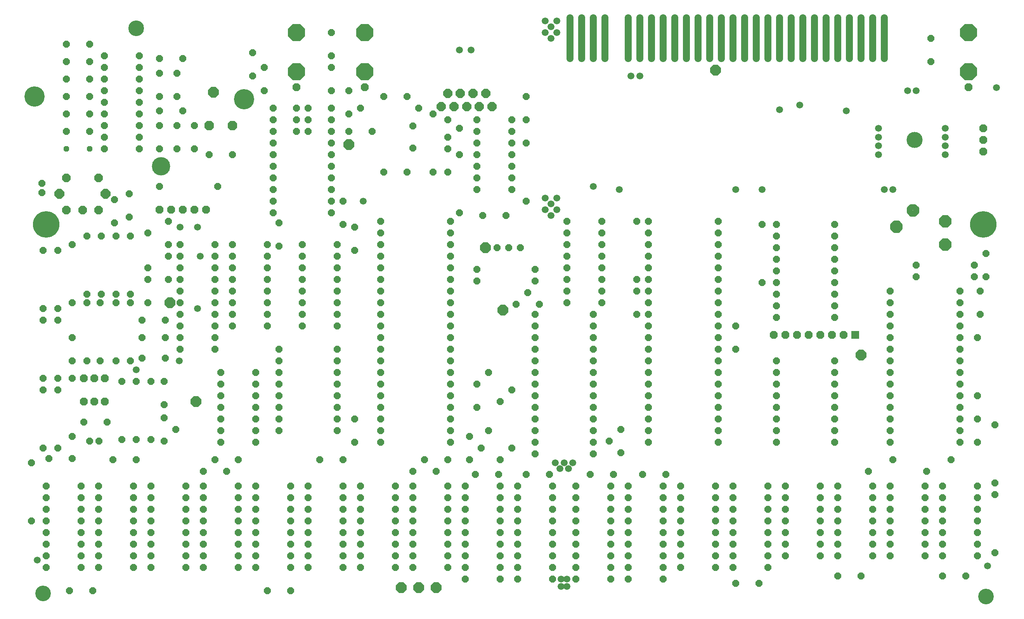
<source format=gts>
G75*
%MOIN*%
%OFA0B0*%
%FSLAX25Y25*%
%IPPOS*%
%LPD*%
%AMOC8*
5,1,8,0,0,1.08239X$1,22.5*
%
%ADD10C,0.13398*%
%ADD11C,0.22800*%
%ADD12C,0.05918*%
%ADD13OC8,0.10800*%
%ADD14OC8,0.06000*%
%ADD15C,0.02160*%
%ADD16OC8,0.08300*%
%ADD17OC8,0.04769*%
%ADD18OC8,0.06800*%
%ADD19C,0.13800*%
%ADD20OC8,0.07296*%
%ADD21OC8,0.08477*%
%ADD22OC8,0.07850*%
%ADD23OC8,0.06737*%
%ADD24R,0.06737X0.06737*%
%ADD25OC8,0.09300*%
%ADD26C,0.05220*%
%ADD27OC8,0.14643*%
%ADD28C,0.05950*%
%ADD29C,0.17398*%
%ADD30C,0.13461*%
%ADD31C,0.15824*%
D10*
X0032600Y0027600D03*
X0842600Y0025100D03*
D11*
X0840100Y0345100D03*
X0035100Y0345100D03*
D12*
X0027600Y0056350D03*
X0851350Y0462600D03*
D13*
X0807600Y0347600D03*
X0807600Y0327600D03*
D14*
X0782600Y0310100D03*
X0782600Y0300100D03*
X0760100Y0287600D03*
X0760100Y0277600D03*
X0760100Y0267600D03*
X0760100Y0257600D03*
X0760100Y0247600D03*
X0760100Y0237600D03*
X0760100Y0227600D03*
X0760100Y0217600D03*
X0760100Y0207600D03*
X0760100Y0197600D03*
X0760100Y0187600D03*
X0760100Y0177600D03*
X0760100Y0167600D03*
X0760100Y0157600D03*
X0762600Y0142600D03*
X0741350Y0132600D03*
X0745100Y0120100D03*
X0745100Y0110100D03*
X0745100Y0100100D03*
X0745100Y0090100D03*
X0745100Y0080100D03*
X0745100Y0070100D03*
X0745100Y0060100D03*
X0760100Y0060100D03*
X0760100Y0070100D03*
X0760100Y0080100D03*
X0760100Y0090100D03*
X0760100Y0100100D03*
X0760100Y0110100D03*
X0760100Y0120100D03*
X0790100Y0120100D03*
X0790100Y0110100D03*
X0790100Y0100100D03*
X0790100Y0090100D03*
X0790100Y0080100D03*
X0790100Y0070100D03*
X0790100Y0060100D03*
X0805100Y0060100D03*
X0805100Y0070100D03*
X0805100Y0080100D03*
X0805100Y0090100D03*
X0805100Y0100100D03*
X0805100Y0110100D03*
X0805100Y0120100D03*
X0791350Y0132600D03*
X0812600Y0142600D03*
X0820100Y0157600D03*
X0820100Y0167600D03*
X0820100Y0177600D03*
X0820100Y0187600D03*
X0820100Y0197600D03*
X0820100Y0207600D03*
X0820100Y0217600D03*
X0820100Y0227600D03*
X0820100Y0237600D03*
X0820100Y0247600D03*
X0820100Y0257600D03*
X0820100Y0267600D03*
X0820100Y0277600D03*
X0820100Y0287600D03*
X0837600Y0287600D03*
X0832600Y0300100D03*
X0842600Y0300100D03*
X0832600Y0310100D03*
X0842600Y0320100D03*
X0837600Y0267600D03*
X0835100Y0247600D03*
X0835100Y0197600D03*
X0835100Y0177600D03*
X0850100Y0172600D03*
X0835100Y0157600D03*
X0835100Y0120100D03*
X0835100Y0110100D03*
X0835100Y0100100D03*
X0835100Y0090100D03*
X0835100Y0080100D03*
X0835100Y0070100D03*
X0835100Y0060100D03*
X0850100Y0062600D03*
X0825100Y0042600D03*
X0805100Y0042600D03*
X0735100Y0042600D03*
X0715100Y0042600D03*
X0715100Y0060100D03*
X0715100Y0070100D03*
X0700100Y0070100D03*
X0700100Y0060100D03*
X0700100Y0080100D03*
X0715100Y0080100D03*
X0715100Y0090100D03*
X0700100Y0090100D03*
X0700100Y0100100D03*
X0715100Y0100100D03*
X0715100Y0110100D03*
X0700100Y0110100D03*
X0700100Y0120100D03*
X0715100Y0120100D03*
X0670100Y0120100D03*
X0655100Y0120100D03*
X0655100Y0110100D03*
X0670100Y0110100D03*
X0670100Y0100100D03*
X0655100Y0100100D03*
X0655100Y0090100D03*
X0670100Y0090100D03*
X0670100Y0080100D03*
X0655100Y0080100D03*
X0655100Y0070100D03*
X0655100Y0060100D03*
X0670100Y0060100D03*
X0670100Y0070100D03*
X0655100Y0050100D03*
X0647600Y0036350D03*
X0627600Y0036350D03*
X0625100Y0050100D03*
X0625100Y0060100D03*
X0625100Y0070100D03*
X0625100Y0080100D03*
X0625100Y0090100D03*
X0625100Y0100100D03*
X0625100Y0110100D03*
X0625100Y0120100D03*
X0610100Y0120100D03*
X0610100Y0110100D03*
X0610100Y0100100D03*
X0610100Y0090100D03*
X0610100Y0080100D03*
X0610100Y0070100D03*
X0610100Y0060100D03*
X0610100Y0050100D03*
X0580100Y0050100D03*
X0580100Y0060100D03*
X0580100Y0070100D03*
X0580100Y0080100D03*
X0580100Y0090100D03*
X0580100Y0100100D03*
X0580100Y0110100D03*
X0580100Y0120100D03*
X0565100Y0120100D03*
X0565100Y0110100D03*
X0565100Y0100100D03*
X0565100Y0090100D03*
X0565100Y0080100D03*
X0565100Y0070100D03*
X0565100Y0060100D03*
X0565100Y0050100D03*
X0565100Y0040100D03*
X0535100Y0040100D03*
X0535100Y0050100D03*
X0535100Y0060100D03*
X0535100Y0070100D03*
X0535100Y0080100D03*
X0535100Y0090100D03*
X0535100Y0100100D03*
X0535100Y0110100D03*
X0535100Y0120100D03*
X0520100Y0120100D03*
X0520100Y0110100D03*
X0520100Y0100100D03*
X0520100Y0090100D03*
X0520100Y0080100D03*
X0520100Y0070100D03*
X0520100Y0060100D03*
X0520100Y0050100D03*
X0520100Y0040100D03*
X0490100Y0040100D03*
X0490100Y0050100D03*
X0490100Y0060100D03*
X0490100Y0070100D03*
X0490100Y0080100D03*
X0490100Y0090100D03*
X0490100Y0100100D03*
X0490100Y0110100D03*
X0490100Y0120100D03*
X0502600Y0130100D03*
X0522600Y0130100D03*
X0528850Y0148850D03*
X0518850Y0158850D03*
X0505100Y0157600D03*
X0505100Y0147600D03*
X0505100Y0167600D03*
X0505100Y0177600D03*
X0505100Y0187600D03*
X0505100Y0197600D03*
X0505100Y0207600D03*
X0505100Y0217600D03*
X0505100Y0227600D03*
X0505100Y0237600D03*
X0505100Y0247600D03*
X0505100Y0257600D03*
X0505100Y0267600D03*
X0512600Y0277600D03*
X0512600Y0287600D03*
X0512600Y0297600D03*
X0512600Y0307600D03*
X0512600Y0317600D03*
X0512600Y0327600D03*
X0512600Y0337600D03*
X0512600Y0347600D03*
X0482600Y0347600D03*
X0482600Y0337600D03*
X0482600Y0327600D03*
X0482600Y0317600D03*
X0482600Y0307600D03*
X0482600Y0297600D03*
X0482600Y0287600D03*
X0482600Y0277600D03*
X0458850Y0276350D03*
X0448850Y0286350D03*
X0438850Y0276350D03*
X0455100Y0267600D03*
X0455100Y0257600D03*
X0455100Y0247600D03*
X0455100Y0237600D03*
X0455100Y0227600D03*
X0455100Y0217600D03*
X0455100Y0207600D03*
X0455100Y0197600D03*
X0455100Y0187600D03*
X0455100Y0177600D03*
X0455100Y0167600D03*
X0455100Y0157600D03*
X0455100Y0147600D03*
X0447600Y0130100D03*
X0440100Y0120100D03*
X0440100Y0110100D03*
X0440100Y0100100D03*
X0440100Y0090100D03*
X0440100Y0080100D03*
X0440100Y0070100D03*
X0440100Y0060100D03*
X0440100Y0050100D03*
X0440100Y0040100D03*
X0425100Y0040100D03*
X0425100Y0050100D03*
X0425100Y0060100D03*
X0425100Y0070100D03*
X0425100Y0080100D03*
X0425100Y0090100D03*
X0425100Y0100100D03*
X0425100Y0110100D03*
X0425100Y0120100D03*
X0423850Y0130100D03*
X0425100Y0142600D03*
X0435100Y0152600D03*
X0415100Y0167600D03*
X0398850Y0162600D03*
X0408850Y0152600D03*
X0398850Y0142600D03*
X0403850Y0130100D03*
X0395100Y0120100D03*
X0395100Y0110100D03*
X0395100Y0100100D03*
X0395100Y0090100D03*
X0395100Y0080100D03*
X0395100Y0070100D03*
X0395100Y0060100D03*
X0395100Y0050100D03*
X0395100Y0040100D03*
X0380100Y0050100D03*
X0380100Y0060100D03*
X0380100Y0070100D03*
X0380100Y0080100D03*
X0380100Y0090100D03*
X0380100Y0100100D03*
X0380100Y0110100D03*
X0380100Y0120100D03*
X0370100Y0132600D03*
X0360100Y0142600D03*
X0350100Y0132600D03*
X0350100Y0120100D03*
X0350100Y0110100D03*
X0350100Y0100100D03*
X0350100Y0090100D03*
X0350100Y0080100D03*
X0350100Y0070100D03*
X0350100Y0060100D03*
X0350100Y0050100D03*
X0335100Y0050100D03*
X0335100Y0060100D03*
X0335100Y0070100D03*
X0335100Y0080100D03*
X0335100Y0090100D03*
X0335100Y0100100D03*
X0335100Y0110100D03*
X0335100Y0120100D03*
X0305100Y0120100D03*
X0290100Y0120100D03*
X0290100Y0110100D03*
X0305100Y0110100D03*
X0305100Y0100100D03*
X0290100Y0100100D03*
X0290100Y0090100D03*
X0305100Y0090100D03*
X0305100Y0080100D03*
X0290100Y0080100D03*
X0290100Y0070100D03*
X0290100Y0060100D03*
X0305100Y0060100D03*
X0305100Y0070100D03*
X0305100Y0050100D03*
X0290100Y0050100D03*
X0260100Y0050100D03*
X0245100Y0050100D03*
X0245100Y0060100D03*
X0245100Y0070100D03*
X0260100Y0070100D03*
X0260100Y0060100D03*
X0260100Y0080100D03*
X0245100Y0080100D03*
X0245100Y0090100D03*
X0260100Y0090100D03*
X0260100Y0100100D03*
X0245100Y0100100D03*
X0245100Y0110100D03*
X0260100Y0110100D03*
X0260100Y0120100D03*
X0245100Y0120100D03*
X0215100Y0120100D03*
X0215100Y0110100D03*
X0215100Y0100100D03*
X0215100Y0090100D03*
X0215100Y0080100D03*
X0215100Y0070100D03*
X0215100Y0060100D03*
X0215100Y0050100D03*
X0200100Y0050100D03*
X0200100Y0060100D03*
X0200100Y0070100D03*
X0200100Y0080100D03*
X0200100Y0090100D03*
X0200100Y0100100D03*
X0200100Y0110100D03*
X0200100Y0120100D03*
X0190100Y0132600D03*
X0180100Y0142600D03*
X0170100Y0132600D03*
X0170100Y0120100D03*
X0170100Y0110100D03*
X0170100Y0100100D03*
X0170100Y0090100D03*
X0170100Y0080100D03*
X0170100Y0070100D03*
X0170100Y0060100D03*
X0170100Y0050100D03*
X0155100Y0050100D03*
X0155100Y0060100D03*
X0155100Y0070100D03*
X0155100Y0080100D03*
X0155100Y0090100D03*
X0155100Y0100100D03*
X0155100Y0110100D03*
X0155100Y0120100D03*
X0125100Y0120100D03*
X0125100Y0110100D03*
X0125100Y0100100D03*
X0125100Y0090100D03*
X0125100Y0080100D03*
X0125100Y0070100D03*
X0125100Y0060100D03*
X0125100Y0050100D03*
X0110100Y0050100D03*
X0110100Y0060100D03*
X0110100Y0070100D03*
X0110100Y0080100D03*
X0110100Y0090100D03*
X0110100Y0100100D03*
X0110100Y0110100D03*
X0110100Y0120100D03*
X0080100Y0120100D03*
X0080100Y0110100D03*
X0080100Y0100100D03*
X0080100Y0090100D03*
X0080100Y0080100D03*
X0080100Y0070100D03*
X0080100Y0060100D03*
X0080100Y0050100D03*
X0065100Y0050100D03*
X0065100Y0060100D03*
X0065100Y0070100D03*
X0065100Y0080100D03*
X0065100Y0090100D03*
X0065100Y0100100D03*
X0065100Y0110100D03*
X0065100Y0120100D03*
X0035100Y0120100D03*
X0035100Y0110100D03*
X0035100Y0100100D03*
X0035100Y0090100D03*
X0035100Y0080100D03*
X0035100Y0070100D03*
X0035100Y0060100D03*
X0035100Y0050100D03*
X0055100Y0030100D03*
X0075100Y0030100D03*
X0022600Y0090100D03*
X0022600Y0140100D03*
X0037600Y0143850D03*
X0032600Y0152600D03*
X0045100Y0152600D03*
X0057600Y0143850D03*
X0072350Y0158850D03*
X0080350Y0158850D03*
X0100100Y0160100D03*
X0112600Y0160100D03*
X0125100Y0160100D03*
X0136350Y0158850D03*
X0146350Y0168850D03*
X0136350Y0178850D03*
X0136350Y0190100D03*
X0136350Y0210100D03*
X0125100Y0210100D03*
X0112600Y0210100D03*
X0100100Y0210100D03*
X0095100Y0227600D03*
X0081350Y0227600D03*
X0070100Y0227600D03*
X0057600Y0227600D03*
X0057600Y0212600D03*
X0045100Y0212600D03*
X0045100Y0202600D03*
X0032600Y0202600D03*
X0032600Y0212600D03*
X0057600Y0247600D03*
X0045100Y0262600D03*
X0045100Y0272600D03*
X0057600Y0277600D03*
X0070100Y0277600D03*
X0070100Y0285100D03*
X0082600Y0285100D03*
X0081350Y0277600D03*
X0095100Y0277600D03*
X0095100Y0285100D03*
X0107600Y0285100D03*
X0107600Y0277600D03*
X0122600Y0277600D03*
X0117600Y0262600D03*
X0137600Y0262600D03*
X0150100Y0257600D03*
X0150100Y0247600D03*
X0150100Y0237600D03*
X0137600Y0230100D03*
X0117600Y0230100D03*
X0107600Y0227600D03*
X0117600Y0247600D03*
X0137600Y0247600D03*
X0150100Y0267600D03*
X0150100Y0277600D03*
X0150100Y0287600D03*
X0150100Y0297600D03*
X0150100Y0307600D03*
X0140100Y0297600D03*
X0122600Y0297600D03*
X0122600Y0307600D03*
X0140100Y0317600D03*
X0150100Y0317600D03*
X0150100Y0327600D03*
X0140100Y0327600D03*
X0122600Y0337600D03*
X0107600Y0335100D03*
X0095100Y0335100D03*
X0082600Y0335100D03*
X0070100Y0335100D03*
X0057600Y0327600D03*
X0045100Y0322600D03*
X0032600Y0322600D03*
X0093850Y0346350D03*
X0106350Y0351350D03*
X0093850Y0366350D03*
X0106350Y0371350D03*
X0132600Y0377600D03*
X0140100Y0347600D03*
X0180100Y0327600D03*
X0180100Y0317600D03*
X0180100Y0307600D03*
X0180100Y0297600D03*
X0180100Y0287600D03*
X0180100Y0277600D03*
X0180100Y0267600D03*
X0180100Y0257600D03*
X0180100Y0247600D03*
X0180100Y0237600D03*
X0185100Y0217600D03*
X0185100Y0207600D03*
X0185100Y0197600D03*
X0185100Y0187600D03*
X0185100Y0177600D03*
X0185100Y0167600D03*
X0185100Y0157600D03*
X0200100Y0142600D03*
X0215100Y0157600D03*
X0215100Y0167600D03*
X0215100Y0177600D03*
X0215100Y0187600D03*
X0215100Y0197600D03*
X0215100Y0207600D03*
X0215100Y0217600D03*
X0235100Y0217600D03*
X0235100Y0207600D03*
X0235100Y0197600D03*
X0235100Y0187600D03*
X0235100Y0177600D03*
X0235100Y0167600D03*
X0270100Y0142600D03*
X0290100Y0142600D03*
X0300100Y0157600D03*
X0285100Y0167600D03*
X0285100Y0177600D03*
X0285100Y0187600D03*
X0285100Y0197600D03*
X0285100Y0207600D03*
X0285100Y0217600D03*
X0285100Y0227600D03*
X0285100Y0237600D03*
X0285100Y0257600D03*
X0285100Y0267600D03*
X0285100Y0277600D03*
X0285100Y0287600D03*
X0285100Y0297600D03*
X0285100Y0307600D03*
X0285100Y0317600D03*
X0285100Y0327600D03*
X0300100Y0322600D03*
X0322600Y0317600D03*
X0322600Y0307600D03*
X0322600Y0297600D03*
X0322600Y0287600D03*
X0322600Y0277600D03*
X0322600Y0267600D03*
X0322600Y0257600D03*
X0322600Y0247600D03*
X0322600Y0237600D03*
X0322600Y0227600D03*
X0322600Y0217600D03*
X0322600Y0207600D03*
X0322600Y0197600D03*
X0322600Y0187600D03*
X0322600Y0177600D03*
X0322600Y0167600D03*
X0322600Y0157600D03*
X0300100Y0177600D03*
X0382600Y0177600D03*
X0382600Y0167600D03*
X0382600Y0157600D03*
X0380100Y0142600D03*
X0382600Y0187600D03*
X0382600Y0197600D03*
X0382600Y0207600D03*
X0382600Y0217600D03*
X0382600Y0227600D03*
X0382600Y0237600D03*
X0382600Y0247600D03*
X0382600Y0257600D03*
X0382600Y0267600D03*
X0382600Y0277600D03*
X0382600Y0287600D03*
X0382600Y0297600D03*
X0382600Y0307600D03*
X0382600Y0317600D03*
X0382600Y0327600D03*
X0382600Y0337600D03*
X0382600Y0347600D03*
X0390100Y0355100D03*
X0410100Y0352600D03*
X0430100Y0352600D03*
X0447600Y0365100D03*
X0435100Y0375100D03*
X0435100Y0385100D03*
X0435100Y0395100D03*
X0435100Y0405100D03*
X0435100Y0415100D03*
X0435100Y0425100D03*
X0435100Y0435100D03*
X0447600Y0435100D03*
X0447600Y0415100D03*
X0405100Y0415100D03*
X0405100Y0405100D03*
X0405100Y0395100D03*
X0405100Y0385100D03*
X0405100Y0375100D03*
X0380100Y0390100D03*
X0367600Y0390100D03*
X0390100Y0405100D03*
X0380100Y0410100D03*
X0380100Y0420100D03*
X0390100Y0427600D03*
X0380100Y0435100D03*
X0367600Y0440100D03*
X0355100Y0445100D03*
X0345100Y0455100D03*
X0325100Y0455100D03*
X0305100Y0445100D03*
X0295100Y0440100D03*
X0280100Y0435100D03*
X0280100Y0425100D03*
X0295100Y0425100D03*
X0280100Y0415100D03*
X0280100Y0405100D03*
X0280100Y0395100D03*
X0280100Y0385100D03*
X0280100Y0375100D03*
X0280100Y0365100D03*
X0290100Y0365100D03*
X0280100Y0355100D03*
X0290100Y0345100D03*
X0300100Y0342600D03*
X0322600Y0337600D03*
X0322600Y0327600D03*
X0322600Y0347600D03*
X0255100Y0327600D03*
X0255100Y0317600D03*
X0255100Y0307600D03*
X0255100Y0297600D03*
X0255100Y0287600D03*
X0255100Y0277600D03*
X0255100Y0267600D03*
X0255100Y0257600D03*
X0235100Y0237600D03*
X0235100Y0227600D03*
X0225100Y0257600D03*
X0225100Y0267600D03*
X0225100Y0277600D03*
X0225100Y0287600D03*
X0225100Y0297600D03*
X0225100Y0307600D03*
X0225100Y0317600D03*
X0225100Y0327600D03*
X0235100Y0326350D03*
X0235100Y0346350D03*
X0230100Y0355100D03*
X0230100Y0365100D03*
X0230100Y0375100D03*
X0230100Y0385100D03*
X0230100Y0395100D03*
X0230100Y0405100D03*
X0230100Y0415100D03*
X0230100Y0425100D03*
X0230100Y0435100D03*
X0230100Y0445100D03*
X0250100Y0445100D03*
X0260100Y0445100D03*
X0260100Y0435100D03*
X0250100Y0435100D03*
X0250100Y0425100D03*
X0260100Y0425100D03*
X0280100Y0445100D03*
X0280100Y0460100D03*
X0295100Y0460100D03*
X0280100Y0480100D03*
X0280100Y0490100D03*
X0280100Y0510100D03*
X0222600Y0480100D03*
X0212600Y0472600D03*
X0222600Y0460100D03*
X0212600Y0492600D03*
X0152600Y0487600D03*
X0132600Y0487600D03*
X0115100Y0490100D03*
X0115100Y0480100D03*
X0115100Y0470100D03*
X0115100Y0460100D03*
X0115100Y0450100D03*
X0115100Y0440100D03*
X0115100Y0430100D03*
X0115100Y0420100D03*
X0115100Y0410100D03*
X0132600Y0410100D03*
X0147600Y0410100D03*
X0162600Y0410100D03*
X0175100Y0405100D03*
X0195100Y0405100D03*
X0182600Y0377600D03*
X0195100Y0327600D03*
X0195100Y0317600D03*
X0195100Y0307600D03*
X0195100Y0297600D03*
X0195100Y0287600D03*
X0195100Y0277600D03*
X0195100Y0267600D03*
X0195100Y0257600D03*
X0087600Y0175100D03*
X0067600Y0175100D03*
X0057600Y0162600D03*
X0092600Y0142600D03*
X0112600Y0142600D03*
X0225100Y0030100D03*
X0245100Y0030100D03*
X0470100Y0040100D03*
X0470100Y0050100D03*
X0470100Y0060100D03*
X0470100Y0070100D03*
X0470100Y0080100D03*
X0470100Y0090100D03*
X0470100Y0100100D03*
X0470100Y0110100D03*
X0470100Y0120100D03*
X0467600Y0130100D03*
X0528850Y0168850D03*
X0552600Y0167600D03*
X0552600Y0177600D03*
X0552600Y0187600D03*
X0552600Y0197600D03*
X0552600Y0207600D03*
X0552600Y0217600D03*
X0552600Y0227600D03*
X0552600Y0237600D03*
X0552600Y0247600D03*
X0552600Y0257600D03*
X0552600Y0267600D03*
X0542600Y0267600D03*
X0552600Y0277600D03*
X0552600Y0287600D03*
X0542600Y0287600D03*
X0542600Y0297600D03*
X0552600Y0297600D03*
X0552600Y0307600D03*
X0552600Y0317600D03*
X0552600Y0327600D03*
X0552600Y0337600D03*
X0552600Y0347600D03*
X0542600Y0347600D03*
X0612600Y0347600D03*
X0612600Y0337600D03*
X0612600Y0327600D03*
X0612600Y0317600D03*
X0612600Y0307600D03*
X0612600Y0297600D03*
X0612600Y0287600D03*
X0612600Y0277600D03*
X0612600Y0267600D03*
X0612600Y0257600D03*
X0627600Y0257600D03*
X0612600Y0247600D03*
X0612600Y0237600D03*
X0612600Y0227600D03*
X0627600Y0237600D03*
X0612600Y0217600D03*
X0612600Y0207600D03*
X0612600Y0197600D03*
X0612600Y0187600D03*
X0612600Y0177600D03*
X0612600Y0167600D03*
X0612600Y0157600D03*
X0662600Y0157600D03*
X0662600Y0167600D03*
X0662600Y0177600D03*
X0662600Y0187600D03*
X0662600Y0197600D03*
X0662600Y0207600D03*
X0662600Y0217600D03*
X0662600Y0227600D03*
X0712600Y0227600D03*
X0712600Y0217600D03*
X0712600Y0207600D03*
X0712600Y0197600D03*
X0712600Y0187600D03*
X0712600Y0177600D03*
X0712600Y0167600D03*
X0712600Y0157600D03*
X0850100Y0122600D03*
X0850100Y0112600D03*
X0712600Y0265100D03*
X0712600Y0275100D03*
X0712600Y0285100D03*
X0712600Y0295100D03*
X0712600Y0305100D03*
X0712600Y0315100D03*
X0712600Y0325100D03*
X0712600Y0335100D03*
X0712600Y0345100D03*
X0662600Y0345100D03*
X0650100Y0345100D03*
X0662600Y0335100D03*
X0662600Y0325100D03*
X0662600Y0315100D03*
X0662600Y0305100D03*
X0662600Y0295100D03*
X0650100Y0295100D03*
X0662600Y0285100D03*
X0662600Y0275100D03*
X0662600Y0265100D03*
X0552600Y0157600D03*
X0547600Y0130100D03*
X0567600Y0130100D03*
X0435100Y0202600D03*
X0425100Y0192600D03*
X0405100Y0187600D03*
X0405100Y0207600D03*
X0415100Y0217600D03*
X0405100Y0296350D03*
X0405100Y0306350D03*
X0422600Y0325100D03*
X0432600Y0325100D03*
X0442600Y0325100D03*
X0455100Y0306350D03*
X0455100Y0296350D03*
X0345100Y0390100D03*
X0325100Y0390100D03*
X0350100Y0410600D03*
X0350100Y0429600D03*
X0315100Y0425100D03*
X0405100Y0425100D03*
X0405100Y0435100D03*
X0447600Y0455100D03*
X0162600Y0430100D03*
X0147600Y0430100D03*
X0132600Y0430100D03*
X0132600Y0442600D03*
X0152600Y0442600D03*
X0147600Y0455100D03*
X0132600Y0455100D03*
X0132600Y0475100D03*
X0147600Y0475100D03*
X0085100Y0470100D03*
X0085100Y0460100D03*
X0072600Y0455100D03*
X0085100Y0450100D03*
X0085100Y0440100D03*
X0072600Y0440100D03*
X0085100Y0430100D03*
X0072600Y0425100D03*
X0085100Y0420100D03*
X0085100Y0410100D03*
X0052600Y0425100D03*
X0052600Y0440100D03*
X0052600Y0455100D03*
X0052600Y0470100D03*
X0072600Y0470100D03*
X0085100Y0480100D03*
X0072600Y0485100D03*
X0085100Y0490100D03*
X0072600Y0500100D03*
X0052600Y0500100D03*
X0052600Y0485100D03*
X0031350Y0380350D03*
X0031350Y0372350D03*
X0032600Y0272600D03*
X0032600Y0262600D03*
X0795100Y0485100D03*
X0795100Y0505100D03*
D15*
X0776432Y0356462D02*
X0775352Y0355382D01*
X0775352Y0358960D01*
X0777882Y0361490D01*
X0781460Y0361490D01*
X0783990Y0358960D01*
X0783990Y0355382D01*
X0781460Y0352852D01*
X0777882Y0352852D01*
X0775352Y0355382D01*
X0776972Y0356053D01*
X0776972Y0358289D01*
X0778553Y0359870D01*
X0780789Y0359870D01*
X0782370Y0358289D01*
X0782370Y0356053D01*
X0780789Y0354472D01*
X0778553Y0354472D01*
X0776972Y0356053D01*
X0778592Y0356724D01*
X0778592Y0357618D01*
X0779224Y0358250D01*
X0780118Y0358250D01*
X0780750Y0357618D01*
X0780750Y0356724D01*
X0780118Y0356092D01*
X0779224Y0356092D01*
X0778592Y0356724D01*
X0762290Y0342320D02*
X0761210Y0341240D01*
X0761210Y0344818D01*
X0763740Y0347348D01*
X0767318Y0347348D01*
X0769848Y0344818D01*
X0769848Y0341240D01*
X0767318Y0338710D01*
X0763740Y0338710D01*
X0761210Y0341240D01*
X0762830Y0341911D01*
X0762830Y0344147D01*
X0764411Y0345728D01*
X0766647Y0345728D01*
X0768228Y0344147D01*
X0768228Y0341911D01*
X0766647Y0340330D01*
X0764411Y0340330D01*
X0762830Y0341911D01*
X0764450Y0342582D01*
X0764450Y0343476D01*
X0765082Y0344108D01*
X0765976Y0344108D01*
X0766608Y0343476D01*
X0766608Y0342582D01*
X0765976Y0341950D01*
X0765082Y0341950D01*
X0764450Y0342582D01*
D16*
X0195100Y0430100D03*
X0175100Y0430100D03*
D17*
X0072600Y0410100D03*
X0052600Y0410100D03*
D18*
X0067350Y0212600D03*
X0076350Y0212600D03*
X0085350Y0212600D03*
X0085350Y0192600D03*
X0076350Y0192600D03*
X0067350Y0192600D03*
X0840100Y0407600D03*
X0840100Y0417600D03*
X0840100Y0427600D03*
D19*
X0781100Y0417600D03*
D20*
X0080208Y0385208D03*
X0052492Y0385208D03*
X0052492Y0357492D03*
X0066350Y0357492D03*
X0080208Y0357492D03*
D21*
X0086114Y0371350D03*
X0046586Y0371350D03*
D22*
X0374550Y0446359D03*
X0385450Y0446359D03*
X0396350Y0446359D03*
X0407250Y0446359D03*
X0418150Y0446359D03*
X0412700Y0457555D03*
X0401800Y0457555D03*
X0390900Y0457555D03*
X0380000Y0457555D03*
D23*
X0308850Y0462915D03*
X0250100Y0462915D03*
X0172600Y0357600D03*
X0162600Y0357600D03*
X0152600Y0357600D03*
X0142600Y0357600D03*
X0132600Y0357600D03*
X0660100Y0250100D03*
X0670100Y0250100D03*
X0680100Y0250100D03*
X0690100Y0250100D03*
X0700100Y0250100D03*
X0710100Y0250100D03*
X0720100Y0250100D03*
X0827600Y0462915D03*
D24*
X0730100Y0250100D03*
D25*
X0735100Y0232600D03*
X0427600Y0271350D03*
X0412600Y0325100D03*
X0295100Y0413850D03*
X0178850Y0458850D03*
X0141350Y0277600D03*
X0163850Y0192600D03*
X0340100Y0032600D03*
X0355100Y0032600D03*
X0370100Y0032600D03*
X0610100Y0477600D03*
D26*
X0605390Y0487310D02*
X0605390Y0522890D01*
X0605390Y0487310D02*
X0604810Y0487310D01*
X0604810Y0522890D01*
X0605390Y0522890D01*
X0605390Y0492529D02*
X0604810Y0492529D01*
X0604810Y0497748D02*
X0605390Y0497748D01*
X0605390Y0502967D02*
X0604810Y0502967D01*
X0604810Y0508186D02*
X0605390Y0508186D01*
X0605390Y0513405D02*
X0604810Y0513405D01*
X0604810Y0518624D02*
X0605390Y0518624D01*
X0615390Y0522890D02*
X0615390Y0487310D01*
X0614810Y0487310D01*
X0614810Y0522890D01*
X0615390Y0522890D01*
X0615390Y0492529D02*
X0614810Y0492529D01*
X0614810Y0497748D02*
X0615390Y0497748D01*
X0615390Y0502967D02*
X0614810Y0502967D01*
X0614810Y0508186D02*
X0615390Y0508186D01*
X0615390Y0513405D02*
X0614810Y0513405D01*
X0614810Y0518624D02*
X0615390Y0518624D01*
X0625390Y0522890D02*
X0625390Y0487310D01*
X0624810Y0487310D01*
X0624810Y0522890D01*
X0625390Y0522890D01*
X0625390Y0492529D02*
X0624810Y0492529D01*
X0624810Y0497748D02*
X0625390Y0497748D01*
X0625390Y0502967D02*
X0624810Y0502967D01*
X0624810Y0508186D02*
X0625390Y0508186D01*
X0625390Y0513405D02*
X0624810Y0513405D01*
X0624810Y0518624D02*
X0625390Y0518624D01*
X0635390Y0522890D02*
X0635390Y0487310D01*
X0634810Y0487310D01*
X0634810Y0522890D01*
X0635390Y0522890D01*
X0635390Y0492529D02*
X0634810Y0492529D01*
X0634810Y0497748D02*
X0635390Y0497748D01*
X0635390Y0502967D02*
X0634810Y0502967D01*
X0634810Y0508186D02*
X0635390Y0508186D01*
X0635390Y0513405D02*
X0634810Y0513405D01*
X0634810Y0518624D02*
X0635390Y0518624D01*
X0645390Y0522890D02*
X0645390Y0487310D01*
X0644810Y0487310D01*
X0644810Y0522890D01*
X0645390Y0522890D01*
X0645390Y0492529D02*
X0644810Y0492529D01*
X0644810Y0497748D02*
X0645390Y0497748D01*
X0645390Y0502967D02*
X0644810Y0502967D01*
X0644810Y0508186D02*
X0645390Y0508186D01*
X0645390Y0513405D02*
X0644810Y0513405D01*
X0644810Y0518624D02*
X0645390Y0518624D01*
X0655390Y0522890D02*
X0655390Y0487310D01*
X0654810Y0487310D01*
X0654810Y0522890D01*
X0655390Y0522890D01*
X0655390Y0492529D02*
X0654810Y0492529D01*
X0654810Y0497748D02*
X0655390Y0497748D01*
X0655390Y0502967D02*
X0654810Y0502967D01*
X0654810Y0508186D02*
X0655390Y0508186D01*
X0655390Y0513405D02*
X0654810Y0513405D01*
X0654810Y0518624D02*
X0655390Y0518624D01*
X0665390Y0522890D02*
X0665390Y0487310D01*
X0664810Y0487310D01*
X0664810Y0522890D01*
X0665390Y0522890D01*
X0665390Y0492529D02*
X0664810Y0492529D01*
X0664810Y0497748D02*
X0665390Y0497748D01*
X0665390Y0502967D02*
X0664810Y0502967D01*
X0664810Y0508186D02*
X0665390Y0508186D01*
X0665390Y0513405D02*
X0664810Y0513405D01*
X0664810Y0518624D02*
X0665390Y0518624D01*
X0675390Y0522890D02*
X0675390Y0487310D01*
X0674810Y0487310D01*
X0674810Y0522890D01*
X0675390Y0522890D01*
X0675390Y0492529D02*
X0674810Y0492529D01*
X0674810Y0497748D02*
X0675390Y0497748D01*
X0675390Y0502967D02*
X0674810Y0502967D01*
X0674810Y0508186D02*
X0675390Y0508186D01*
X0675390Y0513405D02*
X0674810Y0513405D01*
X0674810Y0518624D02*
X0675390Y0518624D01*
X0685390Y0522890D02*
X0685390Y0487310D01*
X0684810Y0487310D01*
X0684810Y0522890D01*
X0685390Y0522890D01*
X0685390Y0492529D02*
X0684810Y0492529D01*
X0684810Y0497748D02*
X0685390Y0497748D01*
X0685390Y0502967D02*
X0684810Y0502967D01*
X0684810Y0508186D02*
X0685390Y0508186D01*
X0685390Y0513405D02*
X0684810Y0513405D01*
X0684810Y0518624D02*
X0685390Y0518624D01*
X0695390Y0522890D02*
X0695390Y0487310D01*
X0694810Y0487310D01*
X0694810Y0522890D01*
X0695390Y0522890D01*
X0695390Y0492529D02*
X0694810Y0492529D01*
X0694810Y0497748D02*
X0695390Y0497748D01*
X0695390Y0502967D02*
X0694810Y0502967D01*
X0694810Y0508186D02*
X0695390Y0508186D01*
X0695390Y0513405D02*
X0694810Y0513405D01*
X0694810Y0518624D02*
X0695390Y0518624D01*
X0705390Y0522890D02*
X0705390Y0487310D01*
X0704810Y0487310D01*
X0704810Y0522890D01*
X0705390Y0522890D01*
X0705390Y0492529D02*
X0704810Y0492529D01*
X0704810Y0497748D02*
X0705390Y0497748D01*
X0705390Y0502967D02*
X0704810Y0502967D01*
X0704810Y0508186D02*
X0705390Y0508186D01*
X0705390Y0513405D02*
X0704810Y0513405D01*
X0704810Y0518624D02*
X0705390Y0518624D01*
X0715390Y0522890D02*
X0715390Y0487310D01*
X0714810Y0487310D01*
X0714810Y0522890D01*
X0715390Y0522890D01*
X0715390Y0492529D02*
X0714810Y0492529D01*
X0714810Y0497748D02*
X0715390Y0497748D01*
X0715390Y0502967D02*
X0714810Y0502967D01*
X0714810Y0508186D02*
X0715390Y0508186D01*
X0715390Y0513405D02*
X0714810Y0513405D01*
X0714810Y0518624D02*
X0715390Y0518624D01*
X0725390Y0522890D02*
X0725390Y0487310D01*
X0724810Y0487310D01*
X0724810Y0522890D01*
X0725390Y0522890D01*
X0725390Y0492529D02*
X0724810Y0492529D01*
X0724810Y0497748D02*
X0725390Y0497748D01*
X0725390Y0502967D02*
X0724810Y0502967D01*
X0724810Y0508186D02*
X0725390Y0508186D01*
X0725390Y0513405D02*
X0724810Y0513405D01*
X0724810Y0518624D02*
X0725390Y0518624D01*
X0735390Y0522890D02*
X0735390Y0487310D01*
X0734810Y0487310D01*
X0734810Y0522890D01*
X0735390Y0522890D01*
X0735390Y0492529D02*
X0734810Y0492529D01*
X0734810Y0497748D02*
X0735390Y0497748D01*
X0735390Y0502967D02*
X0734810Y0502967D01*
X0734810Y0508186D02*
X0735390Y0508186D01*
X0735390Y0513405D02*
X0734810Y0513405D01*
X0734810Y0518624D02*
X0735390Y0518624D01*
X0745390Y0522890D02*
X0745390Y0487310D01*
X0744810Y0487310D01*
X0744810Y0522890D01*
X0745390Y0522890D01*
X0745390Y0492529D02*
X0744810Y0492529D01*
X0744810Y0497748D02*
X0745390Y0497748D01*
X0745390Y0502967D02*
X0744810Y0502967D01*
X0744810Y0508186D02*
X0745390Y0508186D01*
X0745390Y0513405D02*
X0744810Y0513405D01*
X0744810Y0518624D02*
X0745390Y0518624D01*
X0755390Y0522890D02*
X0755390Y0487310D01*
X0754810Y0487310D01*
X0754810Y0522890D01*
X0755390Y0522890D01*
X0755390Y0492529D02*
X0754810Y0492529D01*
X0754810Y0497748D02*
X0755390Y0497748D01*
X0755390Y0502967D02*
X0754810Y0502967D01*
X0754810Y0508186D02*
X0755390Y0508186D01*
X0755390Y0513405D02*
X0754810Y0513405D01*
X0754810Y0518624D02*
X0755390Y0518624D01*
X0595390Y0522890D02*
X0595390Y0487310D01*
X0594810Y0487310D01*
X0594810Y0522890D01*
X0595390Y0522890D01*
X0595390Y0492529D02*
X0594810Y0492529D01*
X0594810Y0497748D02*
X0595390Y0497748D01*
X0595390Y0502967D02*
X0594810Y0502967D01*
X0594810Y0508186D02*
X0595390Y0508186D01*
X0595390Y0513405D02*
X0594810Y0513405D01*
X0594810Y0518624D02*
X0595390Y0518624D01*
X0585390Y0522890D02*
X0585390Y0487310D01*
X0584810Y0487310D01*
X0584810Y0522890D01*
X0585390Y0522890D01*
X0585390Y0492529D02*
X0584810Y0492529D01*
X0584810Y0497748D02*
X0585390Y0497748D01*
X0585390Y0502967D02*
X0584810Y0502967D01*
X0584810Y0508186D02*
X0585390Y0508186D01*
X0585390Y0513405D02*
X0584810Y0513405D01*
X0584810Y0518624D02*
X0585390Y0518624D01*
X0575390Y0522890D02*
X0575390Y0487310D01*
X0574810Y0487310D01*
X0574810Y0522890D01*
X0575390Y0522890D01*
X0575390Y0492529D02*
X0574810Y0492529D01*
X0574810Y0497748D02*
X0575390Y0497748D01*
X0575390Y0502967D02*
X0574810Y0502967D01*
X0574810Y0508186D02*
X0575390Y0508186D01*
X0575390Y0513405D02*
X0574810Y0513405D01*
X0574810Y0518624D02*
X0575390Y0518624D01*
X0565390Y0522890D02*
X0565390Y0487310D01*
X0564810Y0487310D01*
X0564810Y0522890D01*
X0565390Y0522890D01*
X0565390Y0492529D02*
X0564810Y0492529D01*
X0564810Y0497748D02*
X0565390Y0497748D01*
X0565390Y0502967D02*
X0564810Y0502967D01*
X0564810Y0508186D02*
X0565390Y0508186D01*
X0565390Y0513405D02*
X0564810Y0513405D01*
X0564810Y0518624D02*
X0565390Y0518624D01*
X0555390Y0522890D02*
X0555390Y0487310D01*
X0554810Y0487310D01*
X0554810Y0522890D01*
X0555390Y0522890D01*
X0555390Y0492529D02*
X0554810Y0492529D01*
X0554810Y0497748D02*
X0555390Y0497748D01*
X0555390Y0502967D02*
X0554810Y0502967D01*
X0554810Y0508186D02*
X0555390Y0508186D01*
X0555390Y0513405D02*
X0554810Y0513405D01*
X0554810Y0518624D02*
X0555390Y0518624D01*
X0545390Y0522890D02*
X0545390Y0487310D01*
X0544810Y0487310D01*
X0544810Y0522890D01*
X0545390Y0522890D01*
X0545390Y0492529D02*
X0544810Y0492529D01*
X0544810Y0497748D02*
X0545390Y0497748D01*
X0545390Y0502967D02*
X0544810Y0502967D01*
X0544810Y0508186D02*
X0545390Y0508186D01*
X0545390Y0513405D02*
X0544810Y0513405D01*
X0544810Y0518624D02*
X0545390Y0518624D01*
X0535390Y0522890D02*
X0535390Y0487310D01*
X0534810Y0487310D01*
X0534810Y0522890D01*
X0535390Y0522890D01*
X0535390Y0492529D02*
X0534810Y0492529D01*
X0534810Y0497748D02*
X0535390Y0497748D01*
X0535390Y0502967D02*
X0534810Y0502967D01*
X0534810Y0508186D02*
X0535390Y0508186D01*
X0535390Y0513405D02*
X0534810Y0513405D01*
X0534810Y0518624D02*
X0535390Y0518624D01*
X0515390Y0522890D02*
X0515390Y0487310D01*
X0514810Y0487310D01*
X0514810Y0522890D01*
X0515390Y0522890D01*
X0515390Y0492529D02*
X0514810Y0492529D01*
X0514810Y0497748D02*
X0515390Y0497748D01*
X0515390Y0502967D02*
X0514810Y0502967D01*
X0514810Y0508186D02*
X0515390Y0508186D01*
X0515390Y0513405D02*
X0514810Y0513405D01*
X0514810Y0518624D02*
X0515390Y0518624D01*
X0505390Y0522890D02*
X0505390Y0487310D01*
X0504810Y0487310D01*
X0504810Y0522890D01*
X0505390Y0522890D01*
X0505390Y0492529D02*
X0504810Y0492529D01*
X0504810Y0497748D02*
X0505390Y0497748D01*
X0505390Y0502967D02*
X0504810Y0502967D01*
X0504810Y0508186D02*
X0505390Y0508186D01*
X0505390Y0513405D02*
X0504810Y0513405D01*
X0504810Y0518624D02*
X0505390Y0518624D01*
X0495390Y0522890D02*
X0495390Y0487310D01*
X0494810Y0487310D01*
X0494810Y0522890D01*
X0495390Y0522890D01*
X0495390Y0492529D02*
X0494810Y0492529D01*
X0494810Y0497748D02*
X0495390Y0497748D01*
X0495390Y0502967D02*
X0494810Y0502967D01*
X0494810Y0508186D02*
X0495390Y0508186D01*
X0495390Y0513405D02*
X0494810Y0513405D01*
X0494810Y0518624D02*
X0495390Y0518624D01*
X0485390Y0522890D02*
X0485390Y0487310D01*
X0484810Y0487310D01*
X0484810Y0522890D01*
X0485390Y0522890D01*
X0485390Y0492529D02*
X0484810Y0492529D01*
X0484810Y0497748D02*
X0485390Y0497748D01*
X0485390Y0502967D02*
X0484810Y0502967D01*
X0484810Y0508186D02*
X0485390Y0508186D01*
X0485390Y0513405D02*
X0484810Y0513405D01*
X0484810Y0518624D02*
X0485390Y0518624D01*
D27*
X0308850Y0510100D03*
X0308850Y0476360D03*
X0250100Y0476360D03*
X0250100Y0510100D03*
X0827600Y0510100D03*
X0827600Y0476360D03*
D28*
X0782600Y0460100D03*
X0775100Y0460100D03*
X0750100Y0427600D03*
X0750100Y0420100D03*
X0750100Y0412600D03*
X0750100Y0405100D03*
X0755100Y0375100D03*
X0762600Y0375100D03*
X0807600Y0405100D03*
X0807600Y0412600D03*
X0807600Y0420100D03*
X0807600Y0427600D03*
X0722600Y0442600D03*
X0682600Y0447600D03*
X0665100Y0443850D03*
X0650100Y0375100D03*
X0627600Y0375100D03*
X0527600Y0375100D03*
X0505100Y0377600D03*
X0473850Y0367600D03*
X0468850Y0362600D03*
X0463850Y0357600D03*
X0468850Y0352600D03*
X0473850Y0357600D03*
X0463850Y0367600D03*
X0307600Y0365100D03*
X0167600Y0317600D03*
X0165100Y0342600D03*
X0150100Y0342600D03*
X0165100Y0272600D03*
X0149475Y0227600D03*
X0112600Y0220100D03*
X0472600Y0140100D03*
X0476350Y0135100D03*
X0480100Y0140100D03*
X0483850Y0135100D03*
X0487600Y0140100D03*
X0482600Y0040100D03*
X0477600Y0040100D03*
X0477600Y0033850D03*
X0482600Y0033850D03*
X0843850Y0051350D03*
X0545100Y0472600D03*
X0537600Y0472600D03*
X0473850Y0510100D03*
X0468850Y0505100D03*
X0463850Y0510100D03*
X0468850Y0515100D03*
X0463850Y0520100D03*
X0473850Y0520100D03*
X0400100Y0495100D03*
X0390100Y0495100D03*
D29*
X0205100Y0452600D03*
X0025100Y0455100D03*
D30*
X0112600Y0513850D03*
D31*
X0133850Y0395100D03*
M02*

</source>
